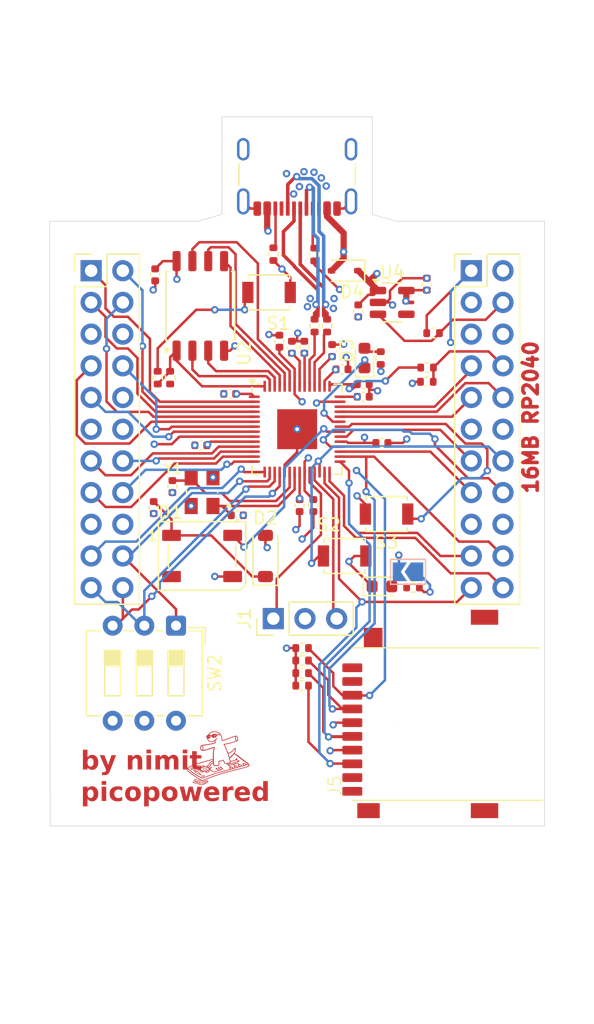
<source format=kicad_pcb>
(kicad_pcb (version 20241229) (generator "pcbnew") (generator_version "9.0")
  (layers (0 "F.Cu" signal) (4 "In1.Cu" signal) (6 "In2.Cu" signal) (2 "B.Cu" signal) (13 "F.Paste" user) (15 "B.Paste" user) (5 "F.SilkS" user "F.Silkscreen") (7 "B.SilkS" user "B.Silkscreen") (1 "F.Mask" user) (3 "B.Mask" user) (25 "Edge.Cuts" user))
  (net 0 "")
  (net 1 "XOUT")
  (net 2 "GND")
  (net 3 "XIN")
  (net 4 "+3V3")
  (net 5 "Net-(D1-VDD)")
  (net 6 "VSYS")
  (net 7 "+1V1")
  (net 8 "GPIO23")
  (net 10 "Net-(D3-A)")
  (net 11 "VBUS")
  (net 12 "Net-(D5-A)")
  (net 13 "SWD")
  (net 14 "SWCLK")
  (net 15 "GPIO16")
  (net 16 "GPIO18")
  (net 17 "GPIO28")
  (net 18 "GPIO26")
  (net 19 "GPIO21")
  (net 20 "GPIO22")
  (net 21 "ADC_VREF")
  (net 22 "GPIO20")
  (net 23 "GPIO17")
  (net 24 "3v3_EN")
  (net 25 "GPIO19")
  (net 26 "GPIO27")
  (net 27 "GPIO0")
  (net 28 "GPIO15")
  (net 29 "GPIO10")
  (net 30 "GPIO13")
  (net 31 "GPIO14")
  (net 32 "GPIO3")
  (net 33 "GPIO7")
  (net 34 "GPIO8")
  (net 35 "GPIO12")
  (net 36 "GPIO1")
  (net 37 "GPIO11")
  (net 38 "GPIO9")
  (net 39 "GPIO4")
  (net 40 "GPIO5")
  (net 41 "GPIO6")
  (net 42 "GPIO2")
  (net 43 "Net-(JP1-A)")
  (net 44 "Net-(P1-VCONN)")
  (net 45 "Net-(P1-CC)")
  (net 46 "QSPI_CS")
  (net 47 "Net-(R1-Pad1)")
  (net 48 "Net-(U1-USB_DP)")
  (net 49 "Net-(U1-USB_DM)")
  (net 50 "RUN")
  (net 51 "QSPI_IO2")
  (net 52 "GPIO24")
  (net 53 "QSPI_IO3")
  (net 54 "GPIO25")
  (net 55 "QSPI_IO1")
  (net 56 "QSPI_SCLK")
  (net 57 "QSPI_IO0")
  (net 58 "GPIO29")
  (net 60 "USB_D+")
  (net 61 "USB_D-")
  (footprint "Button_Switch_SMD:SW_SPST_B3U-1000P" (layer "F.Cu") (at 105.41 86.36)
    (property "Reference" "S2")
    (property "Value" "RESET")
  )
  (footprint "Connector_PinHeader_2.54mm:PinHeader_2x11_P2.54mm_Vertical" (layer "F.Cu") (at 115.565 63.5)
    (property "Reference" "J7" (hide yes))
    (property "Value" "Conn_02x11_Odd_Even")
  )
  (footprint "lib:Micro_SD_READER" (layer "F.Cu") (at 106.025 101.22 90)
    (property "Reference" "J5")
    (property "Value" "Micro_SD_Card")
  )
  (footprint "Package_SO:SOIC-8_5.3x5.3mm_P1.27mm" (layer "F.Cu") (at 93.84 66.32 90)
    (property "Reference" "U2")
    (property "Value" "W25Q128JVS")
  )
  (footprint "Capacitor_SMD:C_0402_1005Metric" (layer "F.Cu") (at 90.1 82.48 90)
    (property "Reference" "C4" (hide yes))
    (property "Value" "100n")
  )
  (footprint "Package_DFN_QFN:QFN-56-1EP_7x7mm_P0.4mm_EP3.2x3.2mm" (layer "F.Cu") (at 101.6 76.2)
    (property "Reference" "U1" (hide yes))
    (property "Value" "RP2040")
  )
  (footprint "Resistor_SMD:R_0402_1005Metric" (layer "F.Cu") (at 108.3 70.5 90)
    (property "Reference" "R8" (hide yes))
    (property "Value" "330")
  )
  (footprint "kicad-lib:XTAL_ABM8-272-T3" (layer "F.Cu") (at 93.98 81.205 180)
    (property "Reference" "Y1")
    (property "Value" "ABM8-272-T3")
  )
  (footprint "LED_SMD:LED_0603_1608Metric" (layer "F.Cu") (at 108.4 88.8)
    (property "Reference" "D5" (hide yes))
    (property "Value" "LED")
  )
  (footprint "Resistor_SMD:R_0402_1005Metric" (layer "F.Cu") (at 99.7 62.17 90)
    (property "Reference" "R4" (hide yes))
    (property "Value" "5.1k")
  )
  (footprint "Resistor_SMD:R_0402_1005Metric" (layer "F.Cu") (at 112.5 68.5)
    (property "Reference" "R7" (hide yes))
    (property "Value" "100k")
  )
  (footprint "Resistor_SMD:R_0402_1005Metric" (layer "F.Cu") (at 102 94.74)
    (property "Reference" "R12" (hide yes))
    (property "Value" "10K")
  )
  (footprint "Resistor_SMD:R_0402_1005Metric" (layer "F.Cu") (at 102 96.75)
    (property "Reference" "R14" (hide yes))
    (property "Value" "10K")
  )
  (footprint "Resistor_SMD:R_0402_1005Metric" (layer "F.Cu") (at 110.89 88.88 180)
    (property "Reference" "R9" (hide yes))
    (property "Value" "330")
  )
  (footprint "Capacitor_SMD:C_0402_1005Metric" (layer "F.Cu") (at 112 64.58 90)
    (property "Reference" "C5" (hide yes))
    (property "Value" "10u")
  )
  (footprint "Capacitor_SMD:C_0402_1005Metric" (layer "F.Cu") (at 93.88 77.49 180)
    (property "Reference" "C12" (hide yes))
    (property "Value" "100n")
  )
  (footprint "Resistor_SMD:R_0402_1005Metric" (layer "F.Cu") (at 104 67.9 90)
    (property "Reference" "R6" (hide yes))
    (property "Value" "27")
  )
  (footprint "Resistor_SMD:R_0402_1005Metric" (layer "F.Cu") (at 102 95.75)
    (property "Reference" "R13" (hide yes))
    (property "Value" "10K")
  )
  (footprint "Connector_USB:USB_C_Receptacle_GCT_USB4105-xx-A_16P_TopMnt_Horizontal" (layer "F.Cu") (at 101.6 54.84 180)
    (property "Reference" "P1" (hide yes))
    (property "Value" "USB_C_Plug_USB2.0")
  )
  (footprint "Connector_PinHeader_2.54mm:PinHeader_2x11_P2.54mm_Vertical" (layer "F.Cu") (at 85.085 63.5)
    (property "Reference" "J6" (hide yes))
    (property "Value" "Conn_02x11_Odd_Even")
  )
  (footprint "Resistor_SMD:R_0402_1005Metric" (layer "F.Cu") (at 112 72.4)
    (property "Reference" "R11" (hide yes))
    (property "Value" "200")
  )
  (footprint "Capacitor_SMD:C_0402_1005Metric" (layer "F.Cu") (at 100.18 69.15 90)
    (property "Reference" "C17" (hide yes))
    (property "Value" "100n")
  )
  (footprint "Capacitor_SMD:C_0402_1005Metric" (layer "F.Cu") (at 96.8 83.1)
    (property "Reference" "C1" (hide yes))
    (property "Value" "15p")
  )
  (footprint "Resistor_SMD:R_0402_1005Metric" (layer "F.Cu") (at 112.02 71.26 180)
    (property "Reference" "R10" (hide yes))
    (property "Value" "10")
  )
  (footprint "Resistor_SMD:R_0402_1005Metric" (layer "F.Cu") (at 102 93.74)
    (property "Reference" "R15" (hide yes))
    (property "Value" "10K")
  )
  (footprint "lib:orph_cu" (layer "F.Cu") (at 95.272663 102.559323)
    (property "Reference" "G***" (hide yes))
    (property "Value" "LOGO" (hide yes))
  )
  (footprint "lib:orph" (layer "F.Cu") (at 95.272663 102.559323)
    (property "Reference" "G***" (hide yes))
    (property "Value" "LOGO" (hide yes))
  )
  (footprint "Capacitor_SMD:C_0402_1005Metric" (layer "F.Cu") (at 105.2 71.4)
    (property "Reference" "C15" (hide yes))
    (property "Value" "1u")
  )
  (footprint "Capacitor_SMD:C_0402_1005Metric" (layer "F.Cu") (at 102.9 82.32 -90)
    (property "Reference" "C18" (hide yes))
    (property "Value" "100n")
  )
  (footprint "Resistor_SMD:R_0402_1005Metric" (layer "F.Cu") (at 103 67.9 -90)
    (property "Reference" "R5" (hide yes))
    (property "Value" "27")
  )
  (footprint "Button_Switch_SMD:SW_SPST_B3U-1000P" (layer "F.Cu") (at 99.35 65.24 180)
    (property "Reference" "S1")
    (property "Value" "BOOT")
  )
  (footprint "LED_SMD:LED_WS2812B_PLCC4_5.0x5.0mm_P3.2mm" (layer "F.Cu") (at 93.98 86.36)
    (property "Reference" "D1")
    (property "Value" "WS2812B")
  )
  (footprint "Diode_SMD:D_SOD-323" (layer "F.Cu") (at 105.41 63.5 180)
    (property "Reference" "D4")
    (property "Value" "BAT60A")
  )
  (footprint "LED_SMD:LED_0603_1608Metric" (layer "F.Cu") (at 107 70.5 90)
    (property "Reference" "D3")
    (property "Value" "LED")
  )
  (footprint "Button_Switch_THT:SW_DIP_SPSTx03_Slide_6.7x9.18mm_W7.62mm_P2.54mm_LowProfile" (layer "F.Cu") (at 91.89 91.945 -90)
    (property "Reference" "SW2")
    (property "Value" "SW_DIP_x03")
  )
  (footprint "Capacitor_SMD:C_0402_1005Metric" (layer "F.Cu") (at 106.5 66.72 -90)
    (property "Reference" "C6" (hide yes))
    (property "Value" "10u")
  )
  (footprint "Capacitor_SMD:C_0402_1005Metric" (layer "F.Cu") (at 108.4 77.3)
    (property "Reference" "C8" (hide yes))
    (property "Value" "100n")
  )
  (footprint "Capacitor_SMD:C_0402_1005Metric" (layer "F.Cu") (at 106.9 72.6)
    (property "Reference" "C7" (hide yes))
    (property "Value" "2.2u")
  )
  (footprint "Diode_SMD:D_SOD-123" (layer "F.Cu") (at 99.06 86.36 90)
    (property "Reference" "D2")
    (property "Value" "1N4148")
  )
  (footprint "Capacitor_SMD:C_0402_1005Metric" (layer "F.Cu") (at 104.4 69.9 90)
    (property "Reference" "C16" (hide yes))
    (property "Value" "1u")
  )
  (footprint "Capacitor_SMD:C_0402_1005Metric" (layer "F.Cu") (at 96.2 73.37 180)
    (property "Reference" "C11" (hide yes))
    (property "Value" "100n")
  )
  (footprint "Capacitor_SMD:C_0402_1005Metric" (layer "F.Cu") (at 101.18 69.63 90)
    (property "Reference" "C10" (hide yes))
    (property "Value" "100n")
  )
  (footprint "Resistor_SMD:R_0402_1005Metric" (layer "F.Cu") (at 90.42 72.07 -90)
    (property "Reference" "R1" (hide yes))
    (property "Value" "1K")
  )
  (footprint "Package_TO_SOT_SMD:SOT-23-5" (layer "F.Cu") (at 109.22 66.04)
    (property "Reference" "U4")
    (property "Value" "AP2112K-3.3")
  )
  (footprint "Capacitor_SMD:C_0402_1005Metric" (layer "F.Cu") (at 106.9 73.6)
    (property "Reference" "C14" (hide yes))
    (property "Value" "100n")
  )
  (footprint "Button_Switch_SMD:SW_SPST_B3U-1000P" (layer "F.Cu") (at 108.77 83 180)
    (property "Reference" "S3")
    (property "Value" "USER")
  )
  (footprint "Connector_PinHeader_2.54mm:PinHeader_1x03_P2.54mm_Vertical" (layer "F.Cu") (at 99.69 91.38 90)
    (property "Reference" "J1")
    (property "Value" "Conn_01x03")
  )
  (footprint "Capacitor_SMD:C_0402_1005Metric" (layer "F.Cu") (at 101.8 82.32 -90)
    (property "Reference" "C13" (hide yes))
    (property "Value" "100n")
  )
  (footprint "Capacitor_SMD:C_0402_1005Metric" (layer "F.Cu") (at 102.18 69.63 90)
    (property "Reference" "C9" (hide yes))
    (property "Value" "100n")
  )
  (footprint "Capacitor_SMD:C_0402_1005Metric" (layer "F.Cu") (at 90.22 63.83 -90)
    (property "Reference" "C3" (hide yes))
    (property "Value" "100n")
  )
  (footprint "Resistor_SMD:R_0402_1005Metric" (layer "F.Cu") (at 91.42 72.07 90)
    (property "Reference" "R2" (hide yes))
    (property "Value" "10K")
  )
  (footprint "Capacitor_SMD:C_0402_1005Metric" (layer "F.Cu") (at 91.6 80.8 -90)
    (property "Reference" "C2" (hide yes))
    (property "Value" "15p")
  )
  (footprint "Resistor_SMD:R_0402_1005Metric" (layer "F.Cu") (at 102.98 62.2 90)
    (property "Reference" "R3" (hide yes))
    (property "Value" "5.1k")
  )
  (footprint "Jumper:SolderJumper-2_P1.3mm_Open_TrianglePad1.0x1.5mm" (layer "B.Cu") (at 110.49 87.63 180)
    (property "Reference" "JP1" (hide yes))
    (property "Value" "Solder Jumper")
  )
  (gr_line (start 121.44375 90.4875) (end 121.44375 108) (stroke (width 0.05)) (layer "Edge.Cuts"))
  (gr_line (start 81.8 108) (end 121.44375 108) (stroke (width 0.05)) (layer "Edge.Cuts"))
  (gr_line (start 109.5375 59.53125) (end 121.44375 59.53125) (stroke (width 0.05)) (layer "Edge.Cuts"))
  (gr_line (start 109.5375 100.0125) (end 109.5375 100.0125) (stroke (width 0.05)) (layer "Edge.Cuts"))
  (gr_line (start 107.63 51.165) (end 95.57 51.165) (stroke (width 0.05)) (layer "Edge.Cuts"))
  (gr_line (start 107.63 58.98) (end 109.5375 59.53125) (stroke (width 0.05)) (layer "Edge.Cuts"))
  (gr_line (start 107.63 58.98) (end 107.63 51.165) (stroke (width 0.05)) (layer "Edge.Cuts"))
  (gr_line (start 93.6625 59.53125) (end 81.75625 59.53125) (stroke (width 0.05)) (layer "Edge.Cuts"))
  (gr_line (start 121.44375 59.53125) (end 121.44375 90.4875) (stroke (width 0.05)) (layer "Edge.Cuts"))
  (gr_line (start 95.57 58.98) (end 93.6625 59.53125) (stroke (width 0.05)) (layer "Edge.Cuts"))
  (gr_line (start 81.75625 59.53125) (end 81.797177 108) (stroke (width 0.05)) (layer "Edge.Cuts"))
  (gr_line (start 95.57 58.98) (end 95.57 51.165) (stroke (width 0.05)) (layer "Edge.Cuts"))
  (gr_text "16MB RP2040" (at 121 81.5 90) (layer "F.Cu") (effects (font (size 1.143 1.143) (thickness 0.28575) (bold yes)) (justify left bottom)))
  (gr_text "by nimit\npicopowered" (at 84.25 106.25 0) (layer "F.Cu") (effects (font (size 1.5 1.5) (thickness 0.3) (bold yes)) (justify left bottom)))
  (segment (start 100.075 82.355) (end 94.855 82.355) (width 0.2) (layer "F.Cu") (net 1))
  (segment (start 101.4 81.03) (end 100.075 82.355) (width 0.2) (layer "F.Cu") (net 1))
  (segment (start 101.4 79.6375) (end 101.4 81.03) (width 0.2) (layer "F.Cu") (net 1))
  (segment (start 95.575 82.355) (end 96.32 83.1) (width 0.2) (layer "F.Cu") (net 1))
  (segment (start 94.855 82.355) (end 95.575 82.355) (width 0.2) (layer "F.Cu") (net 1))
  (segment (start 100.6 79.04) (end 101.6 78.04) (width 0.2) (layer "F.Cu") (net 2))
  (segment (start 109.046 65.738999) (end 108.744999 66.04) (width 0.2) (layer "F.Cu") (net 2))
  (segment (start 95.01 88.01) (end 95 88) (width 0.2) (layer "F.Cu") (net 2))
  (segment (start 101.6 68.55) (end 101.65 68.5) (width 0.2) (layer "F.Cu") (net 2))
  (segment (start 107.38 73.04) (end 107.97 73.04) (width 0.2) (layer "F.Cu") (net 2))
  (segment (start 101.6 69.15) (end 101.6 68.55) (width 0.2) (layer "F.Cu") (net 2))
  (segment (start 101.05 65.24) (end 101.05 64.03) (width 0.2) (layer "F.Cu") (net 2))
  (segment (start 90.22 64.88) (end 90.06 65.04) (width 0.2) (layer "F.Cu") (net 2))
  (segment (start 96.43 88.01) (end 95.01 88.01) (width 0.2) (layer "F.Cu") (net 2))
  (segment (start 107.07 83) (end 107.07 82.206239) (width 0.2) (layer "F.Cu") (net 2))
  (segment (start 110.079 77.3) (end 110.39 76.989) (width 0.2) (layer "F.Cu") (net 2))
  (segment (start 108.0825 66.04) (end 107.66 66.04) (width 0.2) (layer "F.Cu") (net 2))
  (segment (start 105.3 69.42) (end 105.33 69.39) (width 0.2) (layer "F.Cu") (net 2))
  (segment (start 112 64.1) (end 110.043032 64.1) (width 0.2) (layer "F.Cu") (net 2))
  (segment (start 100.18 68.67) (end 99.4 68.67) (width 0.2) (layer "F.Cu") (net 2))
  (segment (start 107.38 72.6) (end 107.38 73.04) (width 0.2) (layer "F.Cu") (net 2))
  (segment (start 105.76 86.9475) (end 105.76 86.8) (width 0.2) (layer "F.Cu") (net 2))
  (segment (start 109.046 65.097032) (end 109.046 65.738999) (width 0.2) (layer "F.Cu") (net 2))
  (segment (start 101.6 78.04) (end 101.6 76.2) (width 0.2) (layer "F.Cu") (net 2))
  (segment (start 108.744999 66.04) (end 108.0825 66.04) (width 0.2) (layer "F.Cu") (net 2))
  (segment (start 100.385 63.365) (end 99.7 62.68) (width 0.2) (layer "F.Cu") (net 2))
  (segment (start 106.025 101.92) (end 104.3 101.92) (width 0.2) (layer "F.Cu") (net 2))
  (segment (start 101.8 82.8) (end 101.8 83.95) (width 0.2) (layer "F.Cu") (net 2))
  (segment (start 106.2 86.36) (end 105.76 86.8) (width 0.2) (layer "F.Cu") (net 2))
  (segment (start 105.68 71.4) (end 105.68 70.6) (width 0.2) (layer "F.Cu") (net 2))
  (segment (start 99.4 68.67) (end 99.34 68.61) (width 0.2) (layer "F.Cu") (net 2))
  (segment (start 107.11 86.36) (end 106.2 86.36) (width 0.2) (layer "F.Cu") (net 2))
  (segment (start 104.4 69.42) (end 105.3 69.42) (width 0.2) (layer "F.Cu") (net 2))
  (segment (start 107.6125 88.8) (end 105.76 86.9475) (width 0.2) (layer "F.Cu") (net 2))
  (segment (start 104.8 58.52) (end 105.345 58.52) (width 0.2) (layer "F.Cu") (net 2))
  (segment (start 107.38 73.04) (end 107.38 73.6) (width 0.2) (layer "F.Cu") (net 2))
  (segment (start 110.043032 64.1) (end 109.046 65.097032) (width 0.2) (layer "F.Cu") (net 2))
  (segment (start 109.04 66.04) (end 109.25 66.25) (width 0.2) (layer "F.Cu") (net 2))
  (segment (start 98.4 58.52) (end 97.855 58.52) (width 0.2) (layer "F.Cu") (net 2))
  (segment (start 101.6 69.15) (end 102.18 69.15) (width 0.2) (layer "F.Cu") (net 2))
  (segment (start 102.98 63.007894) (end 104.972106 65) (width 0.2) (layer "F.Cu") (net 2))
  (segment (start 108.0825 66.04) (end 109.04 66.04) (width 0.2) (layer "F.Cu") (net 2))
  (segment (start 108.88 77.3) (end 110.079 77.3) (width 0.2) (layer "F.Cu") (net 2))
  (segment (start 101.8 83.95) (end 101.5 84.25) (width 0.2) (layer "F.Cu") (net 2))
  (segment (start 102.9 84.1) (end 102 85) (width 0.2) (layer "F.Cu") (net 2))
  (segment (start 102.98 62.71) (end 102.98 63.007894) (width 0.2) (layer "F.Cu") (net 2))
  (segment (start 102.9 83.6) (end 102.9 84.1) (width 0.2) (layer "F.Cu") (net 2))
  (segment (start 101.18 69.15) (end 101.6 69.15) (width 0.2) (layer "F.Cu") (net 2))
  (segment (start 104.3 101.92) (end 104.25 101.97) (width 0.2) (layer "F.Cu") (net 2))
  (segment (start 100.6 79.6375) (end 100.6 79.04) (width 0.2) (layer "F.Cu") (net 2))
  (segment (start 101.05 64.03) (end 100.385 63.365) (width 0.2) (layer "F.Cu") (net 2))
  (segment (start 95.745 69.9075) (end 96.2225 69.9075) (width 0.2) (layer "F.Cu") (net 2))
  (segment (start 105.345 58.52) (end 105.92 57.945) (width 0.2) (layer "F.Cu") (net 2))
  (segment (start 97.855 58.52) (end 97.28 57.945) (width 0.2) (layer "F.Cu") (net 2))
  (segment (start 105.68 70.6) (end 105.53 70.45) (width 0.2) (layer "F.Cu") (net 2))
  (segment (start 90.22 64.31) (end 90.22 64.88) (width 0.2) (layer "F.Cu") (net 2))
  (segment (start 104.972106 65) (end 105 65) (width 0.2) (layer "F.Cu") (net 2))
  (segment (start 96.2225 69.9075) (end 96.61 69.52) (width 0.2) (layer "F.Cu") (net 2))
  (segment (start 102.9 82.8) (end 102.9 83.6) (width 0.2) (layer "F.Cu") (net 2))
  (segment (start 107.07 82.206239) (end 106.407709 81.543948) (width 0.2) (layer "F.Cu") (net 2))
  (segment (start 107.97 73.04) (end 108.05 73.12) (width 0.2) (layer "F.Cu") (net 2))
  (via (at 110.39 76.989) (size 0.6) (drill 0.3) (layers "F.Cu" "B.Cu") (net 2))
  (via (at 108.05 73.12) (size 0.6) (drill 0.3) (layers "F.Cu" "B.Cu") (net 2))
  (via (at 105.53 70.45) (size 0.6) (drill 0.3) (layers "F.Cu" "B.Cu") (net 2))
  (via (at 104.51 66.52) (size 0.6) (drill 0.3) (layers "F.Cu" "B.Cu") (net 2))
  (via (at 102 85) (size 0.6) (drill 0.3) (layers "F.Cu" "B.Cu") (net 2))
  (via (at 109.25 66.25) (size 0.6) (drill 0.3) (layers "F.Cu" "B.Cu") (net 2))
  (via (at 103.93 56.71) (size 0.6) (drill 0.3) (layers "F.Cu" "B.Cu") (net 2))
  (via (at 99.34 68.61) (size 0.6) (drill 0.3) (layers "F.Cu" "B.Cu") (net 2))
  (via (at 93.105 82.355) (size 0.6) (drill 0.3) (layers "F.Cu" "B.Cu") (net 2))
  (via (at 102.65 65.73) (size 0.6) (drill 0.3) (layers "F.Cu" "B.Cu") (net 2))
  (via (at 90.1 82.96) (size 0.6) (drill 0.3) (layers "F.Cu" "B.Cu") (net 2))
  (via (at 112 64.1) (size 0.6) (drill 0.3) (layers "F.Cu" "B.Cu") (net 2))
  (via (at 101.32 57.35) (size 0.6) (drill 0.3) (layers "F.Cu" "B.Cu") (net 2))
  (via (at 102.95 55.61) (size 0.6) (drill 0.3) (layers "F.Cu" "B.Cu") (net 2))
  (via (at 97.28 83.1) (size 0.6) (drill 0.3) (layers "F.Cu" "B.Cu") (net 2))
  (via (at 106.5 67.2) (size 0.6) (drill 0.3) (layers "F.Cu" "B.Cu") (net 2))
  (via (at 105.76 86.8) (size 0.6) (drill 0.3) (layers "F.Cu" "B.Cu") (net 2))
  (via (at 100.75 55.72) (size 0.6) (drill 0.3) (layers "F.Cu" "B.Cu") (net 2))
  (via (at 101.6 76.2) (size 0.6) (drill 0.3) (layers "F.Cu" "B.Cu") (net 2))
  (via (at 101.5 84.25) (size 0.6) (drill 0.3) (layers "F.Cu" "B.Cu") (net 2))
  (via (at 94.855 80.055) (size 0.6) (drill 0.3) (layers "F.Cu" "B.Cu") (net 2))
  (via (at 93.4 77.49) (size 0.6) (drill 0.3) (layers "F.Cu" "B.Cu") (net 2))
  (via (at 104.25 101.97) (size 0.6) (drill 0.3) (layers "F.Cu" "B.Cu") (net 2))
  (via (at 90.06 65.04) (size 0.6) (drill 0.3) (layers "F.Cu" "B.Cu") (net 2))
  (via (at 105.33 69.39) (size 0.6) (drill 0.3) (layers "F.Cu" "B.Cu") (net 2))
  (via (at 101.65 68.5) (size 0.6) (drill 0.3) (layers "F.Cu" "B.Cu") (net 2))
  (via (at 95 88) (size 0.6) (drill 0.3) (layers "F.Cu" "B.Cu") (net 2))
  (via (at 102.43 66.38) (size 0.6) (drill 0.3) (layers "F.Cu" "B.Cu") (net 2))
  (via (at 96.61 69.52) (size 0.6) (drill 0.3) (layers "F.Cu" "B.Cu") (net 2))
  (via (at 102.15 55.56) (size 0.6) (drill 0.3) (layers "F.Cu" "B.Cu") (net 2))
  (via (at 101.784668 56.759998) (size 0.6) (drill 0.3) (layers "F.Cu" "B.Cu") (net 2))
  (via (at 106.407709 81.543948) (size 0.6) (drill 0.3) (layers "F.Cu" "B.Cu") (net 2))
  (via (at 91.6 81.28) (size 0.6) (drill 0.3) (layers "F.Cu" "B.Cu") (net 2))
  (via (at 103.54 56.06) (size 0.6) (drill 0.3) (layers "F.Cu" "B.Cu") (net 2))
  (via (at 104.56 65.73) (size 0.6) (drill 0.3) (layers "F.Cu" "B.Cu") (net 2))
  (via (at 100.385 63.365) (size 0.6) (drill 0.3) (layers "F.Cu" "B.Cu") (net 2))
  (via (at 105 65) (size 0.6) (drill 0.3) (layers "F.Cu" "B.Cu") (net 2))
  (via (at 95.72 73.37) (size 0.6) (drill 0.3) (layers "F.Cu" "B.Cu") (net 2))
  (segment (start 92.84 80.32) (end 93.105 80.055) (width 0.2) (layer "F.Cu") (net 3))
  (segment (start 95.57 81.33) (end 96.194 81.954) (width 0.2) (layer "F.Cu") (net 3))
  (segment (start 94.255 81.33) (end 95.57 81.33) (width 0.2) (layer "F.Cu") (net 3))
  (segment (start 101 80.8629) (end 101 79.6375) (width 0.2) (layer "F.Cu") (net 3))
  (segment (start 99.9089 81.954) (end 101 80.8629) (width 0.2) (layer "F.Cu") (net 3))
  (segment (start 93.105 80.18) (end 94.255 81.33) (width 0.2) (layer "F.Cu") (net 3))
  (segment (start 91.6 80.32) (end 92.84 80.32) (width 0.2) (layer "F.Cu") (net 3))
  (segment (start 93.105 80.055) (end 93.105 80.18) (width 0.2) (layer "F.Cu") (net 3))
  (segment (start 96.194 81.954) (end 99.9089 81.954) (width 0.2) (layer "F.Cu") (net 3))
  (segment (start 105.0375 73.6) (end 106.42 73.6) (width 0.2) (layer "F.Cu") (net 4))
  (segment (start 96.68 73.37) (end 96.75 73.37) (width 0.2) (layer "F.Cu") (net 4))
  (segment (start 100.76 93.74) (end 100.75 93.75) (width 0.2) (layer "F.Cu") (net 4))
  (segment (start 108.3 71.55) (end 108.32 71.57) (width 0.2) (layer "F.Cu") (net 4))
  (segment (start 101.801 70.733) (end 101.801 72.7625) (width 0.2) (layer "F.Cu") (net 4))
  (segment (start 111.49 72.4) (end 110.96 72.4) (width 0.2) (layer "F.Cu") (net 4))
  (segment (start 108.3 71.01) (end 108.3 71.55) (width 0.2) (layer "F.Cu") (net 4))
  (segment (start 101.18 70.11) (end 101.802 70.732) (width 0.2) (layer "F.Cu") (net 4))
  (segment (start 101.49 93.74) (end 100.76 93.74) (width 0.2) (layer "F.Cu") (net 4))
  (segment (start 102.2 72.7625) (end 102.2 70.13) (width 0.2) (layer "F.Cu") (net 4))
  (segment (start 104.685 71.435) (end 104.72 71.4) (width 0.2) (layer "F.Cu") (net 4))
  (segment (start 106.07 72.95) (end 106.42 72.6) (width 0.2) (layer "F.Cu") (net 4))
  (segment (start 105.58 77.2) (end 105.68 77.3) (width 0.2) (layer "F.Cu") (net 4))
  (segment (start 109.76 71.26) (end 108.68 72.34) (width 0.2) (layer "F.Cu") (net 4))
  (segment (start 106.025 99.72) (end 104.66 99.72) (width 0.2) (layer "F.Cu") (net 4))
  (segment (start 91.935 64.155) (end 91.96 64.18) (width 0.2) (layer "F.Cu") (net 4))
  (segment (start 101.8 81.75) (end 101.8 81.84) (width 0.2) (layer "F.Cu") (net 4))
  (segment (start 96.75 73.37) (end 97.9325 73.37) (width 0.2) (layer "F.Cu") (net 4))
  (segment (start 104.66 99.72) (end 104.49 99.89) (width 0.2) (layer "F.Cu") (net 4))
  (segment (start 105.68 77.3) (end 107 77.3) (width 0.2) (layer "F.Cu") (net 4))
  (segment (start 110.3875 65.06) (end 110.3575 65.09) (width 0.2) (layer "F.Cu") (net 4))
  (segment (start 107 77.3) (end 107 76.85) (width 0.2) (layer "F.Cu") (net 4))
  (segment (start 111.51 71.26) (end 111.34 71.26) (width 0.2) (layer "F.Cu") (net 4))
  (segment (start 101.8 79.6375) (end 101.8 81.75) (width 0.2) (layer "F.Cu") (net 4))
  (segment (start 91.935 62.7325) (end 91.935 64.155) (width 0.2) (layer "F.Cu") (net 4))
  (segment (start 105.0375 77.2) (end 105.58 77.2) (width 0.2) (layer "F.Cu") (net 4))
  (segment (start 101.49 93.74) (end 101.49 96.75) (width 0.2) (layer "F.Cu") (net 4))
  (segment (start 104.3625 72.6) (end 106.42 72.6) (width 0.2) (layer "F.Cu") (net 4))
  (segment (start 103.8 72.32) (end 104.685 71.435) (width 0.2) (layer "F.Cu") (net 4))
  (segment (start 94.65 77.2) (end 94.425 77.425) (width 0.2) (layer "F.Cu") (net 4))
  (segment (start 91.935 62.7325) (end 90.8375 62.7325) (width 0.2) (layer "F.Cu") (net 4))
  (segment (start 110.96 72.4) (end 110.84 72.52) (width 0.2) (layer "F.Cu") (net 4))
  (segment (start 98.1625 77.2) (end 94.65 77.2) (width 0.2) (layer "F.Cu") (net 4))
  (segment (start 90.8375 62.7325) (end 90.22 63.35) (width 0.2) (layer "F.Cu") (net 4))
  (segment (start 105.78 72.95) (end 106.07 72.95) (width 0.2) (layer "F.Cu") (net 4))
  (segment (start 107 77.3) (end 107.92 77.3) (width 0.2) (layer "F.Cu") (net 4))
  (segment (start 101.802 70.732) (end 101.801 70.733) (width 0.2) (layer "F.Cu") (net 4))
  (segment (start 94.425 77.425) (end 94.36 77.49) (width 0.2) (layer "F.Cu") (net 4))
  (segment (start 102.2 70.13) (end 102.18 70.11) (width 0.2) (layer "F.Cu") (net 4))
  (segment (start 103.8 72.7625) (end 103.8 72.32) (width 0.2) (layer "F.Cu") (net 4))
  (segment (start 104.2 72.7625) (end 104.3625 72.6) (width 0.2) (layer "F.Cu") (net 4))
  (segment (start 112 65.06) (end 110.3875 65.06) (width 0.2) (layer "F.Cu") (net 4))
  (segment (start 111.51 71.26) (end 109.76 71.26) (width 0.2) (layer "F.Cu") (net 4))
  (segment (start 97.9325 73.37) (end 98.1625 73.6) (width 0.2) (layer "F.Cu") (net 4))
  (via (at 96.75 73.37) (size 0.6) (drill 0.3) (layers "F.Cu" "B.Cu") (net 4))
  (via (at 104.685 71.435) (size 0.6) (drill 0.3) (layers "F.Cu" "B.Cu") (net 4))
  (via (at 101.8 81.75) (size 0.6) (drill 0.3) (layers "F.Cu" "B.Cu") (net 4))
  (via (at 112 65.06) (size 0.6) (drill 0.3) (layers "F.Cu" "B.Cu") (net 4))
  (via (at 108.68 72.34) (size 0.6) (drill 0.3) (layers "F.Cu" "B.Cu") (net 4))
  (via (at 109.75 86.29) (size 0.6) (drill 0.3) (layers "F.Cu" "B.Cu") (net 4))
  (via (at 94.425 77.425) (size 0.6) (drill 0.3) (layers "F.Cu" "B.Cu") (net 4))
  (via (at 102.18 70.11) (size 0.6) (drill 0.3) (layers "F.Cu" "B.Cu") (net 4))
  (via (at 104.49 99.89) (size 0.6) (drill 0.3) (layers "F.Cu" "B.Cu") (net 4))
  (via (at 100.75 93.75) (size 0.6) (drill 0.3) (layers "F.Cu" "B.Cu") (net 4))
  (via (at 91.96 64.18) (size 0.6) (drill 0.3) (layers "F.Cu" "B.Cu") (net 4))
  (via (at 108.32 71.57) (size 0.6) (drill 0.3) (layers "F.Cu" "B.Cu") (net 4))
  (via (at 101.18 70.11) (size 0.6) (drill 0.3) (layers "F.Cu" "B.Cu") (net 4))
  (via (at 110.32 65.93) (size 0.6) (drill 0.3) (layers "F.Cu" "B.Cu") (net 4))
  (via (at 106.42 73.6) (size 0.6) (drill 0.3) (layers "F.Cu" "B.Cu") (net 4))
  (via (at 110.84 72.52) (size 0.6) (drill 0.3) (layers "F.Cu" "B.Cu") (net 4))
  (via (at 107 76.85) (size 0.6) (drill 0.3) (layers "F.Cu" "B.Cu") (net 4))
  (via (at 105.78 72.95) (size 0.6) (drill 0.3) (layers "F.Cu" "B.Cu") (net 4))
  (segment (start 109.765 87.63) (end 109.765 86.305) (width 0.2) (layer "B.Cu") (net 4))
  (segment (start 106.39 72.34) (end 105.78 72.95) (width 0.2) (layer "B.Cu") (net 4))
  (segment (start 109.765 86.305) (end 109.75 86.29) (width 0.2) (layer "B.Cu") (net 4))
  (segment (start 108.68 72.34) (end 106.39 72.34) (width 0.2) (layer "B.Cu") (net 4))
  (segment (start 94.705452 84.71) (end 98.005452 88.01) (width 0.2) (layer "F.Cu") (net 5))
  (segment (start 91.53 83.43) (end 91.53 84.71) (width 0.2) (layer "F.Cu") (net 5))
  (segment (start 98.005452 88.01) (end 99.06 88.01) (width 0.2) (layer "F.Cu") (net 5))
  (segment (start 90.1 82) (end 91.53 83.43) (width 0.2) (layer "F.Cu") (net 5))
  (segment (start 91.53 84.71) (end 94.705452 84.71) (width 0.2) (layer "F.Cu") (net 5))
  (segment (start 107.7425 65.43) (end 108.0825 65.09) (width 0.2) (layer "F.Cu") (net 6))
  (segment (start 106.46 63.5) (end 106.4925 63.5) (width 0.5) (layer "F.Cu") (net 6))
  (segment (start 99.06 85.55) (end 99.2 85.69) (width 0.2) (layer "F.Cu") (net 6))
  (segment (start 111.99 67.075) (end 115.565 63.5) (width 0.2) (layer "F.Cu") (net 6))
  (segment (start 107.44125 64.44875) (end 108.0825 65.09) (width 0.5) (layer "F.Cu") (net 6))
  (segment (start 107.44125 64.44875) (end 107.44125 64.28875) (width 0.5) (layer "F.Cu") (net 6))
  (segment (start 111.99 68.5) (end 111.99 67.075) (width 0.2) (layer "F.Cu") (net 6))
  (segment (start 107.31 65.43) (end 107.7425 65.43) (width 0.2) (layer "F.Cu") (net 6))
  (segment (start 106.5 66.24) (end 107.31 65.43) (width 0.2) (layer "F.Cu") (net 6))
  (segment (start 106.4925 63.5) (end 107.44125 64.44875) (width 0.5) (layer "F.Cu") (net 6))
  (segment (start 107.44125 64.28875) (end 108 63.73) (width 0.5) (layer "F.Cu") (net 6))
  (segment (start 99.06 84.71) (end 99.06 85.55) (width 0.2) (layer "F.Cu") (net 6))
  (via (at 99.2 85.69) (size 0.6) (drill 0.3) (layers "F.Cu" "B.Cu") (net 6))
  (via (at 113.91 69.25) (size 0.6) (drill 0.3) (layers "F.Cu" "B.Cu") (net 6))
  (via (at 108 63.73) (size 0.6) (drill 0.3) (layers "F.Cu" "B.Cu") (net 6))
  (segment (start 113.91 69.25) (end 113.91 65.155) (width 0.2) (layer "B.Cu") (net 6))
  (segment (start 113.91 65.155) (end 115.565 63.5) (width 0.2) (layer "B.Cu") (net 6))
  (segment (start 103.4 71.38) (end 104.4 70.38) (width 0.2) (layer "F.Cu") (net 7))
  (segment (start 101.4 72.7625) (end 101.4 73.4) (width 0.2) (layer "F.Cu") (net 7))
  (segment (start 101.401 71.3697) (end 100.18 70.1487) (width 0.2) (layer "F.Cu") (net 7))
  (segment (start 101.4 71.7029) (end 101.401 71.7019) (width 0.2) (layer "F.Cu") (net 7))
  (segment (start 102.2 79.6375) (end 102.2 78.8) (width 0.2) (layer "F.Cu") (net 7))
  (segment (start 101.401 71.7019) (end 101.401 71.3697) (width 0.2) (layer "F.Cu") (net 7))
  (segment (start 102.2 81.14) (end 102.9 81.84) (width 0.2) (layer "F.Cu") (net 7))
  (segment (start 102.2 78.8) (end 102.5 78.5) (width 0.2) (layer "F.Cu") (net 7))
  (segment (start 100.18 70.1487) (end 100.18 69.63) (width 0.2) (layer "F.Cu") (net 7))
  (segment (start 101.4 72.7625) (end 101.4 71.7029) (width 0.2) (layer "F.Cu") (net 7))
  (segment (start 102.2 79.6375) (end 102.2 81.14) (width 0.2) (layer "F.Cu") (net 7))
  (segment (start 103.4 72.7625) (end 103.4 71.38) (width 0.2) (layer "F.Cu") (net 7))
  (segment (start 101.4 73.4) (end 102 74) (width 0.2) (layer "F.Cu") (net 7))
  (via (at 104.4 70.38) (size 0.6) (drill 0.3) (layers "F.Cu" "B.Cu") (net 7))
  (via (at 102 74) (size 0.6) (drill 0.3) (layers "F.Cu" "B.Cu") (net 7))
  (via (at 102.5 78.5) (size 0.6) (drill 0.3) (layers "F.Cu" "B.Cu") (net 7))
  (segment (start 105.0375 76.4) (end 103.970208 76.4) (width 0.2) (layer "F.Cu") (net 8))
  (segment (start 103.970208 76.4) (end 103.73584 76.165632) (width 0.2) (layer "F.Cu") (net 8))
  (segment (start 97.33 85.65) (end 97.33 85.61) (width 0.2) (layer "F.Cu") (net 8))
  (segment (start 97.33 85.61) (end 96.43 84.71) (width 0.2) (layer "F.Cu") (net 8))
  (via (at 97.33 85.65) (size 0.6) (drill 0.3) (layers "F.Cu" "B.Cu") (net 8))
  (via (at 103.73584 76.165632) (size 0.6) (drill 0.3) (layers "F.Cu" "B.Cu") (net 8))
  (segment (start 100.56 82.42) (end 97.33 85.65) (width 0.2) (layer "B.Cu") (net 8))
  (segment (start 103.73584 76.165632) (end 100.56 79.341472) (width 0.2) (layer "B.Cu") (net 8))
  (segment (start 100.56 79.341472) (end 100.56 82.42) (width 0.2) (layer "B.Cu") (net 8))
  (segment (start 108.3 69.99) (end 107.2775 69.99) (width 0.2) (layer "F.Cu") (net 10))
  (segment (start 107.2775 69.99) (end 107 69.7125) (width 0.2) (layer "F.Cu") (net 10))
  (segment (start 99.2 60.25) (end 99.27 60.32) (width 0.5) (layer "F.Cu") (net 11))
  (segment (start 104 59.1491) (end 105.33 60.4791) (width 0.5) (layer "F.Cu") (net 11))
  (segment (start 105.33 62.53) (end 104.36 63.5) (width 0.5) (layer "F.Cu") (net 11))
  (segment (start 105.33 61.98) (end 105.33 62.53) (width 0.5) (layer "F.Cu") (net 11))
  (segment (start 105.33 60.4791) (end 105.33 61.98) (width 0.5) (layer "F.Cu") (net 11))
  (segment (start 104 58.52) (end 104 59.1491) (width 0.5) (layer "F.Cu") (net 11))
  (segment (start 99.2 58.52) (end 99.2 60.25) (width 0.5) (layer "F.Cu") (net 11))
  (via (at 105.33 61.98) (size 0.6) (drill 0.3) (layers "F.Cu" "B.Cu") (net 11))
  (via (at 99.27 60.32) (size 0.6) (drill 0.3) (layers "F.Cu" "B.Cu") (net 11))
  (segment (start 104.5 81.8029) (end 104.5 91.11) (width 0.2) (layer "F.Cu") (net 13))
  (segment (start 103 79.6375) (end 103 80.3029) (width 0.2) (layer "F.Cu") (net 13))
  (segment (start 103 80.3029) (end 104.5 81.8029) (width 0.2) (layer "F.Cu") (net 13))
  (segment (start 104.5 91.11) (end 104.77 91.38) (width 0.2) (layer "F.Cu") (net 13))
  (segment (start 103.51 84.658) (end 99.961 88.207) (width 0.2) (layer "F.Cu") (net 14))
  (segment (start 102.6 80.47) (end 103.51 81.38) (width 0.2) (layer "F.Cu") (net 14))
  (segment (start 102.6 79.6375) (end 102.6 80.47) (width 0.2) (layer "F.Cu") (net 14))
  (segment (start 99.961 88.207) (end 99.961 91.109) (width 0.2) (layer "F.Cu") (net 14))
  (segment (start 99.961 91.109) (end 99.69 91.38) (width 0.2) (layer "F.Cu") (net 14))
  (segment (start 103.51 81.38) (end 103.51 84.658) (width 0.2) (layer "F.Cu") (net 14))
  (segment (start 106.81 90.04) (end 114.425 90.04) (width 0.2) (layer "F.Cu") (net 15))
  (segment (start 102.51 101.26) (end 102.51 96.75) (width 0.2) (layer "F.Cu") (net 15))
  (segment (start 104.96 81.6958) (end 104.96 88.19) (width 0.2) (layer "F.Cu") (net 15))
  (segment (start 105.94 89.17) (end 106.81 90.04) (width 0.2) (layer "F.Cu") (net 15))
  (segment (start 104.96 88.19) (end 105.94 89.17) (width 0.2) (layer "F.Cu") (net 15))
  (segment (start 104.25 103) (end 102.51 101.26) (width 0.2) (layer "F.Cu") (net 15))
  (segment (start 103.8 80.5358) (end 104.96 81.6958) (width 0.2) (layer "F.Cu") (net 15))
  (segment (start 104.25 103) (end 106.005 103) (width 0.2) (layer "F.Cu") (net 15))
  (segment (start 114.425 90.04) (end 115.565 88.9) (width 0.2) (layer "F.Cu") (net 15))
  (segment (start 103.8 79.6375) (end 103.8 80.5358) (width 0.2) (layer "F.Cu") (net 15))
  (segment (start 106.005 103) (end 106.025 103.02) (width 0.2) (layer "F.Cu") (net 15))
  (via (at 106.81 90.04) (size 0.6) (drill 0.3) (layers "F.Cu" "B.Cu") (net 15))
  (via (at 104.25 103) (size 0.6) (drill 0.3) (layers "F.Cu" "B.Cu") (net 15))
  (segment (start 106.35 90.5) (end 106.35 92.091) (width 0.2) (layer "B.Cu") (net 15))
  (segment (start 106.35 92.091) (end 103.381 95.06) (width 0.2) (layer "B.Cu") (net 15))
  (segment (start 106.81 90.04) (end 106.35 90.5) (width 0.2) (layer "B.Cu") (net 15))
  (segment (start 103.381 102.131) (end 104.25 103) (width 0.2) (layer "B.Cu") (net 15))
  (segment (start 103.381 95.06) (end 103.381 100.719) (width 0.2) (layer "B.Cu") (net 15))
  (segment (start 103.381 100.719) (end 103.381 102.131) (width 0.2) (layer "B.Cu") (net 15))
  (segment (start 111.2361 84.509) (end 106.4861 84.509) (width 0.2) (layer "F.Cu") (net 16))
  (segment (start 103.698 96.938) (end 103.698 100.438) (width 0.2) (layer "F.Cu") (net 16))
  (segment (start 104.08 100.82) (end 106.025 100.82) (width 0.2) (layer "F.Cu") (net 16))
  (segment (start 105.985 100.86) (end 106.025 100.82) (width 0.2) (layer "F.Cu") (net 16))
  (segment (start 103.698 100.438) (end 104.08 100.82) (width 0.2) (layer "F.Cu") (net 16))
  (segment (start 105.762 80.51) (end 105.762 79.5245) (width 0.2) (layer "F.Cu") (net 16))
  (segment (start 115.565 86.36) (end 113.0871 86.36) (width 0.2) (layer "F.Cu") (net 16))
  (segment (start 106.4861 84.509) (end 105.762 83.7849) (width 0.2) (layer "F.Cu") (net 16))
  (segment (start 105.762 83.7849) (end 105.762 80.51) (width 0.2) (layer "F.Cu") (net 16))
  (segment (start 102.51 95.75) (end 103.698 96.938) (width 0.2) (layer "F.Cu") (net 16))
  (segment (start 104.12 100.86) (end 105.985 100.86) (width 0.2) (layer "F.Cu") (net 16))
  (segment (start 113.0871 86.36) (end 111.2361 84.509) (width 0.2) (layer "F.Cu") (net 16))
  (segment (start 105.762 79.5245) (end 105.0375 78.8) (width 0.2) (layer "F.Cu") (net 16))
  (via (at 105.762 80.51) (size 0.6) (drill 0.3) (layers "F.Cu" "B.Cu") (net 16))
  (via (at 104.12 100.86) (size 0.6) (drill 0.3) (layers "F.Cu" "B.Cu") (net 16))
  (segment (start 104.12 100.86) (end 103.79 100.53) (width 0.2) (layer "B.Cu") (net 16))
  (segment (start 103.79 100.53) (end 103.79 95.2181) (width 0.2) (layer "B.Cu") (net 16))
  (segment (start 107.411 91.5971) (end 107.411 85.441) (width 0.2) (layer "B.Cu") (net 16))
  (segment (start 107.411 85.441) (end 105.762 83.792) (width 0.2) (layer "B.Cu") (net 16))
  (segment (start 105.762 83.792) (end 105.762 80.51) (width 0.2) (layer "B.Cu") (net 16))
  (segment (start 103.79 95.2181) (end 107.411 91.5971) (width 0.2) (layer "B.Cu") (net 16))
  (segment (start 112.62 74.4) (end 115.565 71.455) (width 0.2) (layer "F.Cu") (net 17))
  (segment (start 115.565 71.455) (end 115.565 71.12) (width 0.2) (layer "F.Cu") (net 17))
  (segment (start 105.0375 74.4) (end 112.62 74.4) (width 0.2) (layer "F.Cu") (net 17))
  (segment (start 105.0375 75.2) (end 114.025 75.2) (width 0.2) (layer "F.Cu") (net 18))
  (segment (start 114.025 75.2) (end 115.565 73.66) (width 0.2) (layer "F.Cu") (net 18))
  (segment (start 103.700002 77.05) (end 104.250002 77.6) (width 0.2) (layer "F.Cu") (net 19))
  (segment (start 112.65 77.48) (end 115.299 80.129) (width 0.2) (layer "F.Cu") (net 19))
  (segment (start 116.954 80.129) (end 118.105 81.28) (width 0.2) (layer "F.Cu") (net 19))
  (segment (start 112.65 76.989) (end 112.65 77.48) (width 0.2) (layer "F.Cu") (net 19))
  (segment (start 104.250002 77.6) (end 105.0375 77.6) (width 0.2) (layer "F.Cu") (net 19))
  (segment (start 115.299 80.129) (end 116.954 80.129) (width 0.2) (layer "F.Cu") (net 19))
  (via (at 103.700002 77.05) (size 0.6) (drill 0.3) (layers "F.Cu" "B.Cu") (net 19))
  (via (at 112.65 76.989) (size 0.6) (drill 0.3) (layers "F.Cu" "B.Cu") (net 19))
  (segment (start 112.221 76.56) (end 112.65 76.989) (width 0.2) (layer "B.Cu") (net 19))
  (segment (start 110.141057 76.388) (end 110.638943 76.388) (width 0.2) (layer "B.Cu") (net 19))
  (segment (start 110.003057 76.25) (end 110.141057 76.388) (width 0.2) (layer "B.Cu") (net 19))
  (segment (start 110.638943 76.388) (end 110.810943 76.56) (width 0.2) (layer "B.Cu") (net 19))
  (segment (start 104.500002 76.25) (end 110.003057 76.25) (width 0.2) (layer "B.Cu") (net 19))
  (segment (start 110.810943 76.56) (end 112.221 76.56) (width 0.2) (layer "B.Cu") (net 19))
  (segment (start 103.700002 77.05) (end 104.500002 76.25) (width 0.2) (layer "B.Cu") (net 19))
  (segment (start 115.565 78.74) (end 113.075 76.25) (width 0.2) (layer "F.Cu") (net 20))
  (segment (start 106.122774 76.25) (end 105.572774 76.8) (width 0.2) (layer "F.Cu") (net 20))
  (segment (start 113.075 76.25) (end 106.122774 76.25) (width 0.2) (layer "F.Cu") (net 20))
  (segment (start 105.572774 76.8) (end 105.0375 76.8) (width 0.2) (layer "F.Cu") (net 20))
  (segment (start 112.53 71.26) (end 113.821 69.969) (width 0.2) (layer "F.Cu") (net 21))
  (segment (start 116.954 69.969) (end 118.105 71.12) (width 0.2) (layer "F.Cu") (net 21))
  (segment (start 112.53 71.26) (end 112.53 72.38) (width 0.2) (layer "F.Cu") (net 21))
  (segment (start 112.53 72.38) (end 112.51 72.4) (width 0.2) (layer "F.Cu") (net 21))
  (segment (start 113.821 69.969) (end 116.954 69.969) (width 0.2) (layer "F.Cu") (net 21))
  (segment (start 105.0375 78) (end 112.285 78) (width 0.2) (layer "F.Cu") (net 22))
  (segment (start 112.285 78) (end 115.565 81.28) (width 0.2) (layer "F.Cu") (net 22))
  (segment (start 113.909 87.749) (end 116.954 87.749) (width 0.2) (layer "F.Cu") (net 23))
  (segment (start 106.32 84.91) (end 111.07 84.91) (width 0.2) (layer "F.Cu") (net 23))
  (segment (start 105.361 81.5297) (end 105.361 83.951) (width 0.2) (layer "F.Cu") (net 23))
  (segment (start 116.954 87.749) (end 118.105 88.9) (width 0.2) (layer "F.Cu") (net 23))
  (segment (start 104.2 79.6375) (end 104.2 80.37) (width 0.2) (layer "F.Cu") (net 23))
  (segment (start 105.04 81.21) (end 105.0413 81.21) (width 0.2) (layer "F.Cu") (net 23))
  (segment (start 111.07 84.91) (end 113.909 87.749) (width 0.2) (layer "F.Cu") (net 23))
  (segment (start 104.2 80.37) (end 105.04 81.21) (width 0.2) (layer "F.Cu") (net 23))
  (segment (start 105.361 83.951) (end 106.32 84.91) (width 0.2) (layer "F.Cu") (net 23))
  (segment (start 105.0413 81.21) (end 105.361 81.5297) (width 0.2) (layer "F.Cu") (net 23))
  (segment (start 116.716 67.429) (end 118.105 66.04) (width 0.2) (layer "F.Cu") (net 24))
  (segment (start 112.389 69.121) (end 110.2135 69.121) (width 0.2) (layer "F.Cu") (net 24))
  (segment (start 110.2135 69.121) (end 108.0825 66.99) (width 0.2) (layer "F.Cu") (net 24))
  (segment (start 113.01 68.5) (end 112.389 69.121) (width 0.2) (layer "F.Cu") (net 24))
  (segment (start 114.081 67.429) (end 116.716 67.429) (width 0.2) (layer "F.Cu") (net 24))
  (segment (start 113.01 68.5) (end 114.081 67.429) (width 0.2) (layer "F.Cu") (net 24))
  (segment (start 104.099 96.329) (end 104.099 97.494) (width 0.2) (layer "F.Cu") (net 25))
  (segment (start 114.581 85.209) (end 116.954 85.209) (width 0.2) (layer "F.Cu") (net 25))
  (segment (start 107.14 81.19) (end 107.14 78.4) (width 0.2) (layer "F.Cu") (net 25))
  (segment (start 105.0375 78.4) (end 107.14 78.4) (width 0.2) (layer "F.Cu") (net 25))
  (segment (start 107.772 78.4) (end 114.581 85.209) (width 0.2) (layer "F.Cu") (net 25))
  (segment (start 102.51 94.74) (end 104.099 96.329) (width 0.2) (layer "F.Cu") (net 25))
  (segment (start 104.099 97.494) (end 105.225 98.62) (width 0.2) (layer "F.Cu") (net 25))
  (segment (start 104.43 98.62) (end 106.025 98.62) (width 0.2) (layer "F.Cu") (net 25))
  (segment (start 107.13 81.2) (end 107.14 81.19) (width 0.2) (layer "F.Cu") (net 25))
  (segment (start 116.954 85.209) (end 118.105 86.36) (width 0.2) (layer "F.Cu") (net 25))
  (segment (start 107.14 78.4) (end 107.772 78.4) (width 0.2) (layer "F.Cu") (net 25))
  (segment (start 105.225 98.62) (end 106.025 98.62) (width 0.2) (layer "F.Cu") (net 25))
  (via (at 107.13 81.2) (size 0.6) (drill 0.3) (layers "F.Cu" "B.Cu") (net 25))
  (via (at 104.43 98.62) (size 0.6) (drill 0.3) (layers "F.Cu" "B.Cu") (net 25))
  (segment (start 104.191 98.381) (end 104.191 95.3842) (width 0.2) (layer "B.Cu") (net 25))
  (segment (start 107.812 83.592) (end 107.812 81.882) (width 0.2) (layer "B.Cu") (net 25))
  (segment (start 104.43 98.62) (end 104.191 98.381) (width 0.2) (layer "B.Cu") (net 25))
  (segment (start 107.812 81.882) (end 107.13 81.2) (width 0.2) (layer "B.Cu") (net 25))
  (segment (start 104.191 95.3842) (end 107.812 91.7632) (width 0.2) (layer "B.Cu") (net 25))
  (segment (start 107.812 91.7632) (end 107.812 83.592) (width 0.2) (layer "B.Cu") (net 25))
  (segment (start 112.79724 74.8) (end 115.08824 72.509) (width 0.2) (layer "F.Cu") (net 26))
  (segment (start 116.954 72.509) (end 118.105 73.66) (width 0.2) (layer "F.Cu") (net 26))
  (segment (start 105.0375 74.8) (end 112.79724 74.8) (width 0.2) (layer "F.Cu") (net 26))
  (segment (start 115.08824 72.509) (end 116.954 72.509) (width 0.2) (layer "F.Cu") (net 26))
  (segment (start 89.799 68.959) (end 88.031 67.191) (width 0.2) (layer "F.Cu") (net 27))
  (segment (start 98.1625 74) (end 90.59 74) (width 0.2) (layer "F.Cu") (net 27))
  (segment (start 88.031 67.191) (end 86.91024 67.191) (width 0.2) (layer "F.Cu") (net 27))
  (segment (start 90.59 74) (end 89.799 73.209) (width 0.2) (layer "F.Cu") (net 27))
  (segment (start 86.91024 67.191) (end 86.236 66.51676) (width 0.2) (layer "F.Cu") (net 27))
  (segment (start 86.236 64.651) (end 85.085 63.5) (width 0.2) (layer "F.Cu") (net 27))
  (segment (start 89.799 73.209) (end 89.799 68.959) (width 0.2) (layer "F.Cu") (net 27))
  (segment (start 86.236 66.51676) (end 86.236 64.651) (width 0.2) (layer "F.Cu") (net 27))
  (segment (start 88.36 90.65) (end 86.81 92.2) (width 0.2) (layer "F.Cu") (net 28))
  (segment (start 100.2 80.763116) (end 99.615754 81.347362) (width 0.2) (layer "F.Cu") (net 28))
  (segment (start 88.89 90.65) (end 88.36 90.65) (width 0.2) (layer "F.Cu") (net 28))
  (segment (start 87.625 88.9) (end 87.625 91.385) (width 0.2) (layer "F.Cu") (net 28))
  (segment (start 100.2 79.6375) (end 100.2 80.763116) (width 0.2) (layer "F.Cu") (net 28))
  (segment (start 87.625 91.385) (end 86.81 92.2) (width 0.2) (layer "F.Cu") (net 28))
  (segment (start 89.95 89.59) (end 88.89 90.65) (width 0.2) (layer "F.Cu") (net 28))
  (via (at 89.95 89.59) (size 0.6) (drill 0.3) (layers "F.Cu" "B.Cu") (net 28))
  (via (at 99.615754 81.347362) (size 0.6) (drill 0.3) (layers "F.Cu" "B.Cu") (net 28))
  (segment (start 89.95 89.59) (end 90.58 88.96) (width 0.2) (layer "B.Cu") (net 28))
  (segment (start 97.456892 81.602533) (end 99.360583 81.602533) (width 0.2) (layer "B.Cu") (net 28))
  (segment (start 90.58 88.479425) (end 97.456892 81.602533) (width 0.2) (layer "B.Cu") (net 28))
  (segment (start 99.360583 81.602533) (end 99.615754 81.347362) (width 0.2) (layer "B.Cu") (net 28))
  (segment (start 90.58 88.96) (end 90.58 88.479425) (width 0.2) (layer "B.Cu") (net 28))
  (segment (start 98.1625 78.4) (end 95.6471 78.4) (width 0.2) (layer "F.Cu") (net 29))
  (segment (start 88.3 82.431) (end 86.236 82.431) (width 0.2) (layer "F.Cu") (net 29))
  (segment (start 95.6471 78.4) (end 95.0961 78.951) (width 0.2) (layer "F.Cu") (net 29))
  (segment (start 86.236 82.431) (end 85.085 81.28) (width 0.2) (layer "F.Cu") (net 29))
  (segment (start 95.0961 78.951) (end 91.78 78.951) (width 0.2) (layer "F.Cu") (net 29))
  (segment (start 91.78 78.951) (end 88.3 82.431) (width 0.2) (layer "F.Cu") (net 29))
  (segment (start 99.196774 80.376) (end 99.4 80.172774) (width 0.2) (layer "F.Cu") (net 30))
  (segment (start 87.625 86.36) (end 91.89 90.625) (width 0.2) (layer "F.Cu") (net 30))
  (segment (start 99.4 80.172774) (end 99.4 79.6375) (width 0.2) (layer "F.Cu") (net 30))
  (segment (start 96.996 80.376) (end 99.196774 80.376) (width 0.2) (layer "F.Cu") (net 30))
  (segment (start 91.89 90.625) (end 91.89 92.2) (width 0.2) (layer "F.Cu") (net 30))
  (segment (start 96.994265 80.374265) (end 96.996 80.376) (width 0.2) (layer "F.Cu") (net 30))
  (via (at 96.994265 80.374265) (size 0.6) (drill 0.3) (layers "F.Cu" "B.Cu") (net 30))
  (segment (start 87.625 86.36) (end 88.1271 86.36) (width 0.2) (layer "B.Cu") (net 30))
  (segment (start 93.1661 81.321) (end 96.04753 81.321) (width 0.2) (layer "B.Cu") (net 30))
  (segment (start 88.1271 86.36) (end 93.1661 81.321) (width 0.2) (layer "B.Cu") (net 30))
  (segment (start 96.04753 81.321) (end 96.994265 80.374265) (width 0.2) (layer "B.Cu") (net 30))
  (segment (start 97.692325 80.8) (end 97.490792 81.001533) (width 0.2) (layer "F.Cu") (net 31))
  (segment (start 99.8 79.6375) (end 99.8 80.37) (width 0.2) (layer "F.Cu") (net 31))
  (segment (start 99.37 80.8) (end 97.692325 80.8) (width 0.2) (layer "F.Cu") (net 31))
  (segment (start 99.8 80.37) (end 99.37 80.8) (width 0.2) (layer "F.Cu") (net 31))
  (via (at 97.490792 81.001533) (size 0.6) (drill 0.3) (layers "F.Cu" "B.Cu") (net 31))
  (segment (start 86.236 90.051) (end 87.201 90.051) (width 0.2) (layer "B.Cu") (net 31))
  (segment (start 87.201 90.051) (end 89.35 92.2) (width 0.2) (layer "B.Cu") (net 31))
  (segment (start 97.490792 81.001533) (end 89.35 89.142325) (width 0.2) (layer "B.Cu") (net 31))
  (segment (start 89.35 89.142325) (end 89.35 92.2) (width 0.2) (layer "B.Cu") (net 31))
  (segment (start 85.085 88.9) (end 86.236 90.051) (width 0.2) (layer "B.Cu") (net 31))
  (segment (start 90.0778 75.202) (end 89.6868 74.811) (width 0.2) (layer "F.Cu") (net 32))
  (segment (start 91.178 75.202) (end 90.0778 75.202) (width 0.2) (layer "F.Cu") (net 32))
  (segment (start 91.18 75.2) (end 91.178 75.202) (width 0.2) (layer "F.Cu") (net 32))
  (segment (start 89.6868 74.811) (end 87.14824 74.811) (width 0.2) (layer "F.Cu") (net 32))
  (segment (start 86.319355 73.982115) (end 86.319355 69.750645) (width 0.2) (layer "F.Cu") (net 32))
  (segment (start 98.1625 75.2) (end 91.18 75.2) (width 0.2) (layer "F.Cu") (net 32))
  (segment (start 87.14824 74.811) (end 86.319355 73.982115) (width 0.2) (layer "F.Cu") (net 32))
  (via (at 86.319355 69.750645) (size 0.6) (drill 0.3) (layers "F.Cu" "B.Cu") (net 32))
  (segment (start 86.319355 67.345645) (end 87.625 66.04) (width 0.2) (layer "B.Cu") (net 32))
  (segment (start 86.319355 69.750645) (end 86.319355 67.345645) (width 0.2) (layer "B.Cu") (net 32))
  (segment (start 91.555792 77.403) (end 90.142951 77.403) (width 0.2) (layer "F.Cu") (net 33))
  (segment (start 98.1625 76.8) (end 92.158792 76.8) (width 0.2) (layer "F.Cu") (net 33))
  (segment (start 92.158792 76.8) (end 91.555792 77.403) (width 0.2) (layer "F.Cu") (net 33))
  (via (at 90.142951 77.403) (size 0.6) (drill 0.3) (layers "F.Cu" "B.Cu") (net 33))
  (segment (start 88.279008 79.891) (end 86.236 79.891) (width 0.2) (layer "F.Cu") (net 34))
  (segment (start 86.236 79.891) (end 85.085 78.74) (width 0.2) (layer "F.Cu") (net 34))
  (segment (start 90.030008 78.14) (end 88.279008 79.891) (width 0.2) (layer "F.Cu") (net 34))
  (segment (start 94.77 78.14) (end 90.030008 78.14) (width 0.2) (layer "F.Cu") (net 34))
  (segment (start 95.31 77.6) (end 94.77 78.14) (width 0.2) (layer "F.Cu") (net 34))
  (segment (start 98.1625 77.6) (end 95.31 77.6) (width 0.2) (layer "F.Cu") (net 34))
  (segment (start 99 79.6375) (end 97.3575 79.6375) (width 0.2) (layer "F.Cu") (net 35))
  (segment (start 97.3575 79.6375) (end 97.12 79.4) (width 0.2) (layer "F.Cu") (net 35))
  (via (at 97.12 79.4) (size 0.6) (drill 0.3) (layers "F.Cu" "B.Cu") (net 35))
  (segment (start 97.12 79.4) (end 95.6 80.92) (width 0.2) (layer "B.Cu") (net 35))
  (segment (start 88.71 85.21) (end 86.235 85.21) (width 0.2) (layer "B.Cu") (net 35))
  (segment (start 93 80.92) (end 88.71 85.21) (width 0.2) (layer "B.Cu") (net 35))
  (segment (start 86.235 85.21) (end 85.085 86.36) (width 0.2) (layer "B.Cu") (net 35))
  (segment (start 95.6 80.92) (end 93 80.92) (width 0.2) (layer "B.Cu") (net 35))
  (segment (start 89.199 73.189) (end 89.199 69.541691) (width 0.2) (layer "F.Cu") (net 36))
  (segment (start 90.41 74.4) (end 89.199 73.189) (width 0.2) (layer "F.Cu") (net 36))
  (segment (start 98.1625 74.4) (end 90.41 74.4) (width 0.2) (layer "F.Cu") (net 36))
  (via (at 89.199 69.541691) (size 0.6) (drill 0.3) (layers "F.Cu" "B.Cu") (net 36))
  (segment (start 89.199 69.541691) (end 89.199 65.074) (width 0.2) (layer "B.Cu") (net 36))
  (segment (start 89.199 65.074) (end 87.625 63.5) (width 0.2) (layer "B.Cu") (net 36))
  (segment (start 96.54 78.8) (end 98.1625 78.8) (width 0.2) (layer "F.Cu") (net 37))
  (segment (start 96.33 79.01) (end 96.54 78.8) (width 0.2) (layer "F.Cu") (net 37))
  (segment (start 95.97 79.01) (end 96.33 79.01) (width 0.2) (layer "F.Cu") (net 37))
  (via (at 95.97 79.01) (size 0.6) (drill 0.3) (layers "F.Cu" "B.Cu") (net 37))
  (segment (start 95.526 79.454) (end 95.97 79.01) (width 0.2) (layer "B.Cu") (net 37))
  (segment (start 87.625 81.28) (end 89.451 79.454) (width 0.2) (layer "B.Cu") (net 37))
  (segment (start 89.451 79.454) (end 95.526 79.454) (width 0.2) (layer "B.Cu") (net 37))
  (segment (start 95.48 78) (end 98.1625 78) (width 0.2) (layer "F.Cu") (net 38))
  (segment (start 90.299269 78.74) (end 90.489269 78.55) (width 0.2) (layer "F.Cu") (net 38))
  (segment (start 94.93 78.55) (end 95.48 78) (width 0.2) (layer "F.Cu") (net 38))
  (segment (start 90.489269 78.55) (end 94.93 78.55) (width 0.2) (layer "F.Cu") (net 38))
  (via (at 90.299269 78.74) (size 0.6) (drill 0.3) (layers "F.Cu" "B.Cu") (net 38))
  (segment (start 87.625 78.74) (end 90.299269 78.74) (width 0.2) (layer "B.Cu") (net 38))
  (segment (start 88.1647 77.35) (end 84.60724 77.35) (width 0.2) (layer "F.Cu") (net 39))
  (segment (start 98.1625 75.6) (end 91.49 75.6) (width 0.2) (layer "F.Cu") (net 39))
  (segment (start 91.49 75.6) (end 91.487 75.603) (width 0.2) (layer "F.Cu") (net 39))
  (segment (start 89.9117 75.603) (end 88.1647 77.35) (width 0.2) (layer "F.Cu") (net 39))
  (segment (start 91.487 75.603) (end 89.9117 75.603) (width 0.2) (layer "F.Cu") (net 39))
  (segment (start 84.60724 77.35) (end 83.934 76.67676) (width 0.2) (layer "F.Cu") (net 39))
  (segment (start 83.934 76.67676) (end 83.934 72.271) (width 0.2) (layer "F.Cu") (net 39))
  (segment (start 83.934 72.271) (end 85.085 71.12) (width 0.2) (layer "F.Cu") (net 39))
  (segment (start 98.1625 76) (end 91.54 76) (width 0.2) (layer "F.Cu") (net 40))
  (segment (start 91.337 76.203) (end 91.54 76) (width 0.2) (layer "F.Cu") (net 40))
  (segment (start 90.306615 76.203) (end 91.337 76.203) (width 0.2) (layer "F.Cu") (net 40))
  (via (at 90.306615 76.203) (size 0.6) (drill 0.3) (layers "F.Cu" "B.Cu") (net 40))
  (segment (start 87.625 71.12) (end 90.306615 73.801615) (width 0.2) (layer "B.Cu") (net 40))
  (segment (start 90.306615 73.801615) (end 90.306615 76.203) (width 0.2) (layer "B.Cu") (net 40))
  (segment (start 98.1625 76.4) (end 91.84 76.4) (width 0.2) (layer "F.Cu") (net 41))
  (segment (start 91.84 76.4) (end 91.708849 76.4) (width 0.2) (layer "F.Cu") (net 41))
  (segment (start 91.708849 76.4) (end 91.305849 76.803) (width 0.2) (layer "F.Cu") (net 41))
  (via (at 91.305849 76.803) (size 0.6) (drill 0.3) (layers "F.Cu" "B.Cu") (net 41))
  (segment (start 90.056672 76.803) (end 88.064672 74.811) (width 0.2) (layer "B.Cu") (net 41))
  (segment (start 86.236 74.811) (end 85.085 73.66) (width 0.2) (layer "B.Cu") (net 41))
  (segment (start 88.064672 74.811) (end 86.236 74.811) (width 0.2) (layer "B.Cu") (net 41))
  (segment (start 91.305849 76.803) (end 90.056672 76.803) (width 0.2) (layer "B.Cu") (net 41))
  (segment (start 88.798 70.498) (end 88.031 69.731) (width 0.2) (layer "F.Cu") (net 42))
  (segment (start 98.1625 74.8) (end 90.5771 74.8) (width 0.2) (layer "F.Cu") (net 42))
  (segment (start 90.5761 74.801) (end 90.2439 74.801) (width 0.2) (layer "F.Cu") (net 42))
  (segment (start 88.798 73.3551) (end 88.798 70.498) (width 0.2) (layer "F.Cu") (net 42))
  (segment (start 90.2439 74.801) (end 88.798 73.3551) (width 0.2) (layer "F.Cu") (net 42))
  (segment (start 88.031 69.731) (end 87.14824 69.731) (width 0.2) (layer "F.Cu") (net 42))
  (segment (start 87.14824 69.731) (end 86.236 68.81876) (width 0.2) (layer "F.Cu") (net 42))
  (segment (start 86.236 68.81876) (end 86.236 67.191) (width 0.2) (layer "F.Cu") (net 42))
  (segment (start 86.236 67.191) (end 85.085 66.04) (width 0.2) (layer "F.Cu") (net 42))
  (segment (start 90.5771 74.8) (end 90.5761 74.801) (width 0.2) (layer "F.Cu") (net 42))
  (segment (start 111.77 89.25) (end 111.4 88.88) (width 0.2) (layer "F.Cu") (net 43))
  (segment (start 112.25 89.25) (end 111.77 89.25) (width 0.2) (layer "F.Cu") (net 43))
  (via (at 112.25 89.25) (size 0.6) (drill 0.3) (layers "F.Cu" "B.Cu") (net 43))
  (segment (start 111.215 87.63) (end 112.25 88.665) (width 0.2) (layer "B.Cu") (net 43))
  (segment (start 112.25 88.665) (end 112.25 89.25) (width 0.2) (layer "B.Cu") (net 43))
  (segment (start 99.7 61.66) (end 99.871 61.489) (width 0.2) (layer "F.Cu") (net 44))
  (segment (start 99.871 58.541) (end 99.85 58.52) (width 0.2) (layer "F.Cu") (net 44))
  (segment (start 99.871 61.489) (end 99.871 58.541) (width 0.2) (layer "F.Cu") (net 44))
  (segment (start 102.85 58.52) (end 102.85 61.56) (width 0.2) (layer "F.Cu") (net 45))
  (segment (start 102.85 61.56) (end 102.98 61.69) (width 0.2) (layer "F.Cu") (net 45))
  (segment (start 91.935 70.719999) (end 93.977501 72.7625) (width 0.2) (layer "F.Cu") (net 46))
  (segment (start 91.42 70.4225) (end 91.935 69.9075) (width 0.2) (layer "F.Cu") (net 46))
  (segment (start 90.42 72.58) (end 90.42 72.56) (width 0.2) (layer "F.Cu") (net 46))
  (segment (start 90.42 72.56) (end 91.42 71.56) (width 0.2) (layer "F.Cu") (net 46))
  (segment (start 93.977501 72.7625) (end 99 72.7625) (width 0.2) (layer "F.Cu") (net 46))
  (segment (start 91.42 71.56) (end 91.42 70.4225) (width 0.2) (layer "F.Cu") (net 46))
  (segment (start 91.935 69.9075) (end 91.935 70.719999) (width 0.2) (layer "F.Cu") (net 46))
  (segment (start 95 66.63) (end 93.51 66.63) (width 0.2) (layer "F.Cu") (net 47))
  (segment (start 90.42 69.72) (end 90.42 71.56) (width 0.2) (layer "F.Cu") (net 47))
  (segment (start 97.4 66.63) (end 97.4 65.49) (width 0.2) (layer "F.Cu") (net 47))
  (segment (start 93.51 66.63) (end 90.42 69.72) (width 0.2) (layer "F.Cu") (net 47))
  (segment (start 97.4 65.49) (end 97.65 65.24) (width 0.2) (layer "F.Cu") (net 47))
  (via (at 97.4 66.63) (size 0.6) (drill 0.3) (layers "F.Cu" "B.Cu") (net 47))
  (via (at 95 66.63) (size 0.6) (drill 0.3) (layers "F.Cu" "B.Cu") (net 47))
  (segment (start 95 66.63) (end 97.4 66.63) (width 0.2) (layer "B.Cu") (net 47))
  (segment (start 103 68.41) (end 103 70.24) (width 0.2) (layer "F.Cu") (net 48))
  (segment (start 103 70.24) (end 102.6 70.64) (width 0.2) (layer "F.Cu") (net 48))
  (segment (start 102.6 70.64) (end 102.6 72.7625) (width 0.2) (layer "F.Cu") (net 48))
  (segment (start 103.75 70.081) (end 103.001 70.83) (width 0.2) (layer "F.Cu") (net 49))
  (segment (start 103 70.83) (end 103 72.7625) (width 0.2) (layer "F.Cu") (net 49))
  (segment (start 103.75 68.66) (end 103.75 70.081) (width 0.2) (layer "F.Cu") (net 49))
  (segment (start 104 68.41) (end 103.75 68.66) (width 0.2) (layer "F.Cu") (net 49))
  (segment (start 103.4 78.858156) (end 103.302176 78.760332) (width 0.2) (layer "F.Cu") (net 50))
  (segment (start 103.71 86.36) (end 103.35 86.36) (width 0.2) (layer "F.Cu") (net 50))
  (segment (start 103.4 79.6375) (end 103.4 78.858156) (width 0.2) (layer "F.Cu") (net 50))
  (segment (start 103.35 86.36) (end 102.76 86.95) (width 0.2) (layer "F.Cu") (net 50))
  (via (at 103.302176 78.760332) (size 0.6) (drill 0.3) (layers "F.Cu" "B.Cu") (net 50))
  (via (at 102.76 86.95) (size 0.6) (drill 0.3) (layers "F.Cu" "B.Cu") (net 50))
  (segment (start 104.473508 77.589) (end 116.954 77.589) (width 0.2) (layer "B.Cu") (net 50))
  (segment (start 116.954 77.589) (end 118.105 78.74) (width 0.2) (layer "B.Cu") (net 50))
  (segment (start 102.76 79.302508) (end 103.302176 78.760332) (width 0.2) (layer "B.Cu") (net 50))
  (segment (start 103.302176 78.760332) (end 104.473508 77.589) (width 0.2) (layer "B.Cu") (net 50))
  (segment (start 102.76 86.95) (end 102.76 79.302508) (width 0.2) (layer "B.Cu") (net 50))
  (segment (start 99.8 72.060126) (end 99.8 72.7625) (width 0.2) (layer "F.Cu") (net 51))
  (segment (start 99.288874 71.549) (end 99.8 72.060126) (width 0.2) (layer "F.Cu") (net 51))
  (segment (start 95.109 71.549) (end 99.288874 71.549) (width 0.2) (layer "F.Cu") (net 51))
  (segment (start 94.475 70.915) (end 95.109 71.549) (width 0.2) (layer "F.Cu") (net 51))
  (segment (start 94.475 69.9075) (end 94.475 70.915) (width 0.2) (layer "F.Cu") (net 51))
  (segment (start 111.55 83.38) (end 110.85 83.38) (width 0.2) (layer "F.Cu") (net 52))
  (segment (start 105.0375 76) (end 105.78 76) (width 0.2) (layer "F.Cu") (net 52))
  (segment (start 113.51724 75.78) (end 115.08824 77.351) (width 0.2) (layer "F.Cu") (net 52))
  (segment (start 105.78 76) (end 106 75.78) (width 0.2) (layer "F.Cu") (net 52))
  (segment (start 116.849593 77.812593) (end 116.849593 79.529) (width 0.2) (layer "F.Cu") (net 52))
  (segment (start 110.85 83.38) (end 110.47 83) (width 0.2) (layer "F.Cu") (net 52))
  (segment (start 116.388 77.351) (end 116.849593 77.812593) (width 0.2) (layer "F.Cu") (net 52))
  (segment (start 115.08824 77.351) (end 116.388 77.351) (width 0.2) (layer "F.Cu") (net 52))
  (segment (start 106 75.78) (end 113.51724 75.78) (width 0.2) (layer "F.Cu") (net 52))
  (via (at 111.55 83.38) (size 0.6) (drill 0.3) (layers "F.Cu" "B.Cu") (net 52))
  (via (at 116.849593 79.529) (size 0.6) (drill 0.3) (layers "F.Cu" "B.Cu") (net 52))
  (segment (start 114.801 80.129) (end 111.55 83.38) (width 0.2) (layer "B.Cu") (net 52))
  (segment (start 116.249593 80.129) (end 114.801 80.129) (width 0.2) (layer "B.Cu") (net 52))
  (segment (start 116.849593 79.529) (end 116.249593 80.129) (width 0.2) (layer "B.Cu") (net 52))
  (segment (start 96.758 61.218) (end 93.752 61.218) (width 0.2) (layer "F.Cu") (net 53))
  (segment (start 98.45 62.91) (end 96.758 61.218) (width 0.2) (layer "F.Cu") (net 53))
  (segment (start 93.752 61.218) (end 93.205 61.765) (width 0.2) (layer "F.Cu") (net 53))
  (segment (start 98.45 68.9858) (end 98.45 62.91) (width 0.2) (layer "F.Cu") (net 53))
  (segment (start 93.205 61.765) (end 93.205 62.7325) (width 0.2) (layer "F.Cu") (net 53))
  (segment (start 101 72.7625) (end 101 71.5358) (width 0.2) (layer "F.Cu") (net 53))
  (segment (start 101 71.5358) (end 98.45 68.9858) (width 0.2) (layer "F.Cu") (net 53))
  (segment (start 107.025354 70.65) (end 107.025354 71.262146) (width 0.2) (layer "F.Cu") (net 54))
  (segment (start 107.025354 71.262146) (end 107 71.2875) (width 0.2) (layer "F.Cu") (net 54))
  (segment (start 104.45 75.6) (end 103.76 74.91) (width 0.2) (layer "F.Cu") (net 54))
  (segment (start 105.0375 75.6) (end 104.45 75.6) (width 0.2) (layer "F.Cu") (net 54))
  (via (at 103.76 74.91) (size 0.6) (drill 0.3) (layers "F.Cu" "B.Cu") (net 54))
  (via (at 107.025354 70.65) (size 0.6) (drill 0.3) (layers "F.Cu" "B.Cu") (net 54))
  (segment (start 103.76 73.915354) (end 107.025354 70.65) (width 0.2) (layer "B.Cu") (net 54))
  (segment (start 103.76 74.91) (end 103.76 73.915354) (width 0.2) (layer "B.Cu") (net 54))
  (segment (start 93.74 71.95) (end 99.122774 71.95) (width 0.2) (layer "F.Cu") (net 55))
  (segment (start 93.205 71.415) (end 93.74 71.95) (width 0.2) (layer "F.Cu") (net 55))
  (segment (start 99.4 72.227226) (end 99.4 72.7625) (width 0.2) (layer "F.Cu") (net 55))
  (segment (start 93.205 69.9075) (end 93.205 71.415) (width 0.2) (layer "F.Cu") (net 55))
  (segment (start 99.122774 71.95) (end 99.4 72.227226) (width 0.2) (layer "F.Cu") (net 55))
  (segment (start 100.6 71.7029) (end 96.662495 67.765395) (width 0.2) (layer "F.Cu") (net 56))
  (segment (start 96.10399 61.619) (end 94.671 61.619) (width 0.2) (layer "F.Cu") (net 56))
  (segment (start 94.475 61.815) (end 94.475 62.7325) (width 0.2) (layer "F.Cu") (net 56))
  (segment (start 96.662495 67.765395) (end 96.662495 62.177505) (width 0.2) (layer "F.Cu") (net 56))
  (segment (start 100.6 72.7625) (end 100.6 71.7029) (width 0.2) (layer "F.Cu") (net 56))
  (segment (start 94.671 61.619) (end 94.475 61.815) (width 0.2) (layer "F.Cu") (net 56))
  (segment (start 96.662495 62.177505) (end 96.10399 61.619) (width 0.2) (layer "F.Cu") (net 56))
  (segment (start 96.261495 63.248995) (end 96.26 63.25049) (width 0.2) (layer "F.Cu") (net 57))
  (segment (start 100.2 71.87) (end 100.2 72.7625) (width 0.2) (layer "F.Cu") (net 57))
  (segment (start 96.26 63.25049) (end 96.26 67.93) (width 0.2) (layer "F.Cu") (net 57))
  (segment (start 95.745 62.7325) (end 96.261495 63.248995) (width 0.2) (layer "F.Cu") (net 57))
  (segment (start 96.26 67.93) (end 100.2 71.87) (width 0.2) (layer "F.Cu") (net 57))
  (segment (start 103.16 74.099998) (end 103.259998 74) (width 0.2) (layer "F.Cu") (net 58))
  (segment (start 104.5 95.75) (end 104.5 96.795) (width 0.2) (layer "F.Cu") (net 58))
  (segment (start 104.5 96.795) (end 105.225 97.52) (width 0.2) (layer "F.Cu") (net 58))
  (segment (start 105.225 97.52) (end 106.025 97.52) (width 0.2) (layer "F.Cu") (net 58))
  (segment (start 106.045 97.54) (end 106.025 97.52) (width 0.2) (layer "F.Cu") (net 58))
  (segment (start 107.41 97.54) (end 106.045 97.54) (width 0.2) (layer "F.Cu") (net 58))
  (segment (start 103.259998 74) (end 105.0375 74) (width 0.2) (layer "F.Cu") (net 58))
  (segment (start 102.51 93.76) (end 104.5 95.75) (width 0.2) (layer "F.Cu") (net 58))
  (segment (start 102.51 93.74) (end 102.51 93.76) (width 0.2) (layer "F.Cu") (net 58))
  (via (at 103.16 74.099998) (size 0.6) (drill 0.3) (layers "F.Cu" "B.Cu") (net 58))
  (via (at 106.361746 79.507038) (size 0.6) (drill 0.3) (layers "F.Cu" "B.Cu") (net 58))
  (via (at 107.41 97.54) (size 0.6) (drill 0.3) (layers "F.Cu" "B.Cu") (net 58))
  (segment (start 108.64 96.31) (end 107.41 97.54) (width 0.2) (layer "B.Cu") (net 58))
  (segment (start 106.361746 79.507038) (end 108.64 81.785292) (width 0.2) (layer "B.Cu") (net 58))
  (segment (start 103.16 74.099998) (end 103.13484 74.125158) (width 0.2) (layer "B.Cu") (net 58))
  (segment (start 108.64 81.785292) (end 108.64 96.31) (width 0.2) (layer "B.Cu") (net 58))
  (segment (start 103.730001 66.369999) (end 103.89 66.21) (width 0.28) (layer "F.Cu") (net 60))
  (segment (start 101.471773 55.96) (end 100.85 56.581773) (width 0.28) (layer "F.Cu") (net 60))
  (segment (start 101.85 58.52) (end 101.85 62.98473) (width 0.28) (layer "F.Cu") (net 60))
  (segment (start 104 66.909999) (end 104 67.39) (width 0.28) (layer "F.Cu") (net 60))
  (segment (start 103.73 64.86473) (end 103.73 66.639999) (width 0.28) (layer "F.Cu") (net 60))
  (segment (start 104 67.39) (end 103.730001 67.120001) (width 0.28) (layer "F.Cu") (net 60))
  (segment (start 103.73 66.639999) (end 104 66.909999) (width 0.28) (layer "F.Cu") (net 60))
  (segment (start 101.57 55.96) (end 101.471773 55.96) (width 0.28) (layer "F.Cu") (net 60))
  (segment (start 100.85 56.581773) (end 100.85 58.52) (width 0.28) (layer "F.Cu") (net 60))
  (segment (start 103.730001 67.120001) (end 103.730001 66.369999) (width 0.28) (layer "F.Cu") (net 60))
  (segment (start 101.85 62.98473) (end 103.73 64.86473) (width 0.28) (layer "F.Cu") (net 60))
  (via (at 101.57 55.96) (size 0.6) (drill 0.3) (layers "F.Cu" "B.Cu") (net 60))
  (via (at 103.89 66.21) (size 0.6) (drill 0.3) (layers "F.Cu" "B.Cu") (net 60))
  (segment (start 103.730001 66.050001) (end 103.730001 60.714731) (width 0.28) (layer "B.Cu") (net 60))
  (segment (start 102.785269 56.119999) (end 101.729999 56.119999) (width 0.28) (layer "B.Cu") (net 60))
  (segment (start 103.730001 60.714731) (end 103.36 60.34473) (width 0.28) (layer "B.Cu") (net 60))
  (segment (start 103.89 66.21) (end 103.730001 66.050001) (width 0.28) (layer "B.Cu") (net 60))
  (segment (start 101.729999 56.119999) (end 101.57 55.96) (width 0.28) (layer "B.Cu") (net 60))
  (segment (start 103.36 60.34473) (end 103.36 56.69473) (width 0.28) (layer "B.Cu") (net 60))
  (segment (start 103.36 56.69473) (end 102.785269 56.119999) (width 0.28) (layer "B.Cu") (net 60))
  (segment (start 101.35 59.52) (end 100.5 60.37) (width 0.28) (layer "F.Cu") (net 61))
  (segment (start 101.37 63.15527) (end 103.27 65.05527) (width 0.28) (layer "F.Cu") (net 61))
  (segment (start 100.5 60.37) (end 100.5 62.25) (width 0.28) (layer "F.Cu") (net 61))
  (segment (start 103.269999 66.369999) (end 103.11 66.21) (width 0.28) (layer "F.Cu") (net 61))
  (segment (start 101.35 58.52) (end 101.35 59.52) (width 0.28) (layer "F.Cu") (net 61))
  (segment (start 100.5 62.25) (end 101.37 63.12) (width 0.28) (layer "F.Cu") (net 61))
  (segment (start 102.599228 56.810772) (end 102.35 57.06) (width 0.28) (layer "F.Cu") (net 61))
  (segment (start 101.37 63.12) (end 101.37 63.15527) (width 0.28) (layer "F.Cu") (net 61))
  (segment (start 103 67.39) (end 103.269999 67.120001) (width 0.28) (layer "F.Cu") (net 61))
  (segment (start 103 66.909999) (end 103 67.39) (width 0.28) (layer "F.Cu") (net 61))
  (segment (start 103.27 66.639999) (end 103 66.909999) (width 0.28) (layer "F.Cu") (net 61))
  (segment (start 103.269999 67.120001) (end 103.269999 66.369999) (width 0.28) (layer "F.Cu") (net 61))
  (segment (start 103.27 65.05527) (end 103.27 66.639999) (width 0.28) (layer "F.Cu") (net 61))
  (segment (start 102.35 57.06) (end 102.35 58.52) (width 0.28) (layer "F.Cu") (net 61))
  (via (at 102.599228 56.810772) (size 0.6) (drill 0.3) (layers "F.Cu" "B.Cu") (net 61))
  (via (at 103.11 66.21) (size 0.6) (drill 0.3) (layers "F.Cu" "B.Cu") (net 61))
  (segment (start 102.825502 56.810772) (end 102.9 56.88527) (width 0.28) (layer "B.Cu") (net 61))
  (segment (start 102.9 56.88527) (end 102.9 60.53527) (width 0.28) (layer "B.Cu") (net 61))
  (segment (start 103.269999 60.905269) (end 103.269999 66.050001) (width 0.28) (layer "B.Cu") (net 61))
  (segment (start 103.269999 66.050001) (end 103.11 66.21) (width 0.28) (layer "B.Cu") (net 61))
  (segment (start 102.599228 56.810772) (end 102.825502 56.810772) (width 0.28) (layer "B.Cu") (net 61))
  (segment (start 102.9 60.53527) (end 103.269999 60.905269) (width 0.28) (layer "B.Cu") (net 61))
  (zone (net 4) (net_name "+3V3") (layer "F.Cu") (priority 2) (connect_pads (clearance 0.5)) (min_thickness 0.25) (fill yes (thermal_gap 0.5) (thermal_bridge_width 0.5))
    (polygon (pts (xy 109.75 64.75) (xy 111 64.75) (xy 111 66.25) (xy 109.75 66.25)))
  )
)
</source>
